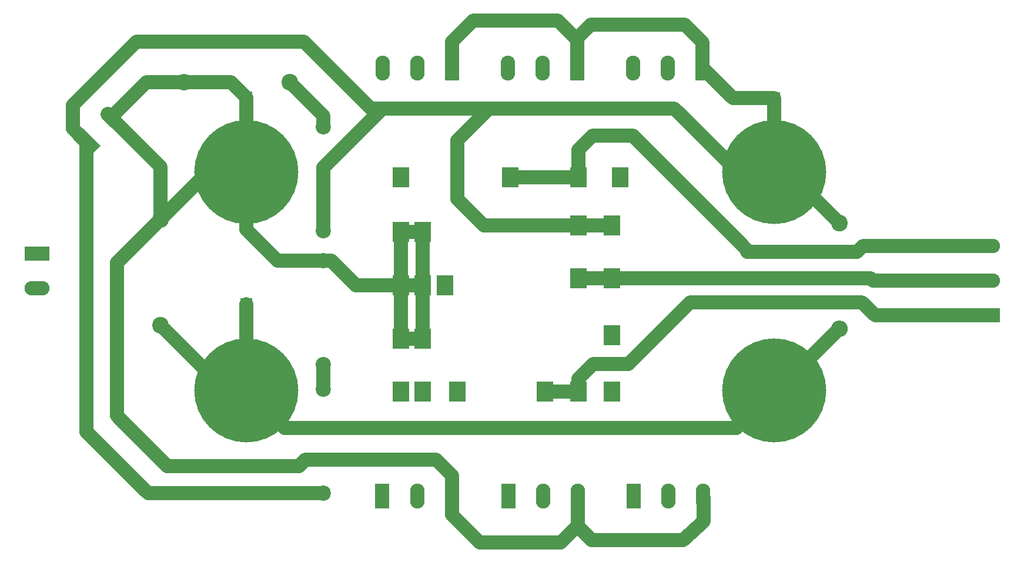
<source format=gtl>
G04 #@! TF.FileFunction,Copper,L1,Top,Signal*
%FSLAX46Y46*%
G04 Gerber Fmt 4.6, Leading zero omitted, Abs format (unit mm)*
G04 Created by KiCad (PCBNEW 4.0.6) date 2017 August 07, Monday 18:16:46*
%MOMM*%
%LPD*%
G01*
G04 APERTURE LIST*
%ADD10C,0.100000*%
%ADD11R,2.400000X3.000000*%
%ADD12R,1.700000X1.700000*%
%ADD13C,2.200000*%
%ADD14C,2.400000*%
%ADD15O,2.400000X2.400000*%
%ADD16C,15.000000*%
%ADD17R,2.100000X3.600000*%
%ADD18O,2.100000X3.600000*%
%ADD19R,3.600000X2.100000*%
%ADD20O,3.600000X2.100000*%
%ADD21C,2.100000*%
%ADD22C,0.600000*%
%ADD23C,2.000000*%
%ADD24C,0.400000*%
G04 APERTURE END LIST*
D10*
D11*
X159200000Y-84970000D03*
X159200000Y-108230000D03*
X159200000Y-92820000D03*
X162380000Y-108230000D03*
X162380000Y-92820000D03*
X159200000Y-100520000D03*
X162380000Y-100520000D03*
X165550000Y-100520000D03*
X159200000Y-115920000D03*
X162380000Y-115920000D03*
X167380000Y-115920000D03*
X175000000Y-84970000D03*
X180000000Y-115920000D03*
X184800000Y-115920000D03*
X189600000Y-115920000D03*
X189600000Y-107720000D03*
X184800000Y-91930000D03*
X184800000Y-84970000D03*
X184800000Y-99520000D03*
X189600000Y-99520000D03*
X189600000Y-91930000D03*
X190800000Y-84970000D03*
D12*
X136956800Y-73456800D03*
X136956800Y-103301800D03*
X213029800Y-73583800D03*
D13*
X148082000Y-130556000D03*
X148082000Y-115556000D03*
X148082000Y-112014000D03*
X148082000Y-97014000D03*
X148082000Y-92710000D03*
X148082000Y-77710000D03*
D14*
X222377000Y-91567000D03*
D15*
X222377000Y-106807000D03*
D14*
X124587000Y-106299000D03*
D15*
X124587000Y-91059000D03*
D14*
X143256000Y-71247000D03*
D15*
X128016000Y-71247000D03*
D16*
X213000000Y-115750000D03*
X213000000Y-84250000D03*
X137000000Y-84250000D03*
X137000000Y-115750000D03*
D17*
X166624000Y-69215000D03*
D18*
X161624000Y-69215000D03*
X156624000Y-69215000D03*
D17*
X156565600Y-130937000D03*
D18*
X161565600Y-130937000D03*
X166565600Y-130937000D03*
D17*
X184658000Y-69215000D03*
D18*
X179658000Y-69215000D03*
X174658000Y-69215000D03*
D17*
X174701200Y-130937000D03*
D18*
X179701200Y-130937000D03*
X184701200Y-130937000D03*
D17*
X202692000Y-69215000D03*
D18*
X197692000Y-69215000D03*
X192692000Y-69215000D03*
D17*
X192786000Y-130937000D03*
D18*
X197786000Y-130937000D03*
X202786000Y-130937000D03*
D19*
X243713000Y-104902000D03*
D20*
X243713000Y-99902000D03*
X243713000Y-94902000D03*
D19*
X106807000Y-96012000D03*
D20*
X106807000Y-101012000D03*
D10*
G36*
X114500130Y-81898254D02*
X111954546Y-79352670D01*
X113439470Y-77867746D01*
X115985054Y-80413330D01*
X114500130Y-81898254D01*
X114500130Y-81898254D01*
G37*
D21*
X116975004Y-75817136D02*
X118035664Y-76877796D01*
D22*
X191008000Y-84988400D03*
X174904400Y-85140800D03*
X159207200Y-84937600D03*
X189788800Y-107848400D03*
X184800000Y-99520000D03*
X189600000Y-115920000D03*
X165550000Y-100520000D03*
X184759600Y-116179600D03*
X167380000Y-115920000D03*
X159200000Y-115920000D03*
X162380000Y-115920000D03*
D23*
X137000000Y-115750000D02*
X137086000Y-115750000D01*
X137086000Y-115750000D02*
X142468600Y-121132600D01*
X207617400Y-121132600D02*
X213000000Y-115750000D01*
X142468600Y-121132600D02*
X207617400Y-121132600D01*
X137000000Y-115750000D02*
X137000000Y-103345000D01*
X137000000Y-103345000D02*
X136956800Y-103301800D01*
X213000000Y-115750000D02*
X213434000Y-115750000D01*
X213434000Y-115750000D02*
X222377000Y-106807000D01*
X137000000Y-115750000D02*
X134038000Y-115750000D01*
X213000000Y-115750000D02*
X207465000Y-115750000D01*
X134038000Y-115750000D02*
X124587000Y-106299000D01*
X148082000Y-112014000D02*
X148082000Y-115556000D01*
X148082000Y-77710000D02*
X148082000Y-76073000D01*
X148082000Y-76073000D02*
X143256000Y-71247000D01*
X184800000Y-91930000D02*
X189600000Y-91930000D01*
X156972000Y-75057000D02*
X154940000Y-75057000D01*
X112014000Y-77927200D02*
X113969800Y-79883000D01*
X112014000Y-74549000D02*
X112014000Y-77927200D01*
X121158000Y-65405000D02*
X112014000Y-74549000D01*
X145288000Y-65405000D02*
X121158000Y-65405000D01*
X154940000Y-75057000D02*
X145288000Y-65405000D01*
X148082000Y-130556000D02*
X122809000Y-130556000D01*
X122809000Y-130556000D02*
X113969800Y-121716800D01*
X113969800Y-121716800D02*
X113969800Y-79883000D01*
X166624000Y-69215000D02*
X166624000Y-65405000D01*
X181864000Y-62357000D02*
X184658000Y-65151000D01*
X169672000Y-62357000D02*
X181864000Y-62357000D01*
X166624000Y-65405000D02*
X169672000Y-62357000D01*
X202692000Y-69215000D02*
X202692000Y-65532000D01*
X184658000Y-64897000D02*
X184658000Y-65151000D01*
X184658000Y-65151000D02*
X184658000Y-69215000D01*
X186563000Y-62992000D02*
X184658000Y-64897000D01*
X200152000Y-62992000D02*
X186563000Y-62992000D01*
X202692000Y-65532000D02*
X200152000Y-62992000D01*
X213029800Y-73583800D02*
X207060800Y-73583800D01*
X207060800Y-73583800D02*
X202692000Y-69215000D01*
X213000000Y-84250000D02*
X213000000Y-73613600D01*
X213000000Y-73613600D02*
X213029800Y-73583800D01*
X148082000Y-92710000D02*
X148082000Y-83566000D01*
X156591000Y-75057000D02*
X156972000Y-75057000D01*
X156972000Y-75057000D02*
X171958000Y-75057000D01*
X148082000Y-83566000D02*
X156591000Y-75057000D01*
X213000000Y-84250000D02*
X215060000Y-84250000D01*
X215060000Y-84250000D02*
X222377000Y-91567000D01*
X213000000Y-84250000D02*
X207821000Y-84250000D01*
X207821000Y-84250000D02*
X198628000Y-75057000D01*
X198628000Y-75057000D02*
X171958000Y-75057000D01*
X171958000Y-75057000D02*
X167386000Y-79629000D01*
X167386000Y-79629000D02*
X167386000Y-88138000D01*
X167386000Y-88138000D02*
X171178000Y-91930000D01*
X171178000Y-91930000D02*
X184800000Y-91930000D01*
X152717000Y-100520000D02*
X159200000Y-100520000D01*
X149211000Y-97014000D02*
X152717000Y-100520000D01*
X159200000Y-100520000D02*
X162380000Y-100520000D01*
X159200000Y-92820000D02*
X159200000Y-100520000D01*
X159200000Y-100520000D02*
X159200000Y-108230000D01*
X166565600Y-130937000D02*
X166565600Y-127957600D01*
X118364000Y-97282000D02*
X124587000Y-91059000D01*
X118364000Y-119380000D02*
X118364000Y-97282000D01*
X125577600Y-126593600D02*
X118364000Y-119380000D01*
X144576800Y-126593600D02*
X125577600Y-126593600D01*
X145440400Y-125730000D02*
X144576800Y-126593600D01*
X164338000Y-125730000D02*
X145440400Y-125730000D01*
X166565600Y-127957600D02*
X164338000Y-125730000D01*
X166565600Y-130937000D02*
X166565600Y-133672600D01*
X182245000Y-137668000D02*
X184701200Y-135211800D01*
X170561000Y-137668000D02*
X182245000Y-137668000D01*
X166565600Y-133672600D02*
X170561000Y-137668000D01*
X202811400Y-131089400D02*
X202811400Y-134627600D01*
X184701200Y-135298200D02*
X184701200Y-135211800D01*
X184701200Y-135211800D02*
X184701200Y-130937000D01*
X186690000Y-137287000D02*
X184701200Y-135298200D01*
X199898000Y-137287000D02*
X186690000Y-137287000D01*
X202811400Y-134627600D02*
X199898000Y-137287000D01*
X137000000Y-84250000D02*
X137000000Y-73500000D01*
X137000000Y-73500000D02*
X136956800Y-73456800D01*
X128016000Y-71247000D02*
X134747000Y-71247000D01*
X134747000Y-71247000D02*
X136956800Y-73456800D01*
X128016000Y-71247000D02*
X122605800Y-71247000D01*
X122605800Y-71247000D02*
X117505334Y-76347466D01*
X148082000Y-97014000D02*
X149211000Y-97014000D01*
X162380000Y-108230000D02*
X162380000Y-100520000D01*
X162380000Y-100520000D02*
X162380000Y-92820000D01*
X159200000Y-92820000D02*
X162380000Y-92820000D01*
X159200000Y-108230000D02*
X162380000Y-108230000D01*
X137000000Y-84250000D02*
X137000000Y-92550000D01*
X141464000Y-97014000D02*
X148082000Y-97014000D01*
X137000000Y-92550000D02*
X141464000Y-97014000D01*
X124587000Y-91059000D02*
X124587000Y-83429132D01*
X124587000Y-83429132D02*
X117505334Y-76347466D01*
X137000000Y-84250000D02*
X131396000Y-84250000D01*
X131396000Y-84250000D02*
X124587000Y-91059000D01*
D24*
X191008000Y-84988400D02*
X190989600Y-84970000D01*
X190989600Y-84970000D02*
X190800000Y-84970000D01*
D23*
X243713000Y-94902000D02*
X225773000Y-94902000D01*
X225773000Y-94902000D02*
X224942400Y-95732600D01*
X224942400Y-95732600D02*
X209143600Y-95732600D01*
D24*
X174904400Y-85140800D02*
X175000000Y-85045200D01*
X175000000Y-85045200D02*
X175000000Y-84970000D01*
D23*
X184800000Y-81011000D02*
X184800000Y-84970000D01*
X186817000Y-78994000D02*
X184800000Y-81011000D01*
X192659000Y-78994000D02*
X186817000Y-78994000D01*
X209042000Y-95377000D02*
X192659000Y-78994000D01*
X175000000Y-84970000D02*
X184800000Y-84970000D01*
D24*
X159207200Y-84937600D02*
X159200000Y-84944800D01*
X159200000Y-84944800D02*
X159200000Y-84970000D01*
X189788800Y-107848400D02*
X189660400Y-107720000D01*
X189660400Y-107720000D02*
X189600000Y-107720000D01*
X189660400Y-107720000D02*
X189600000Y-107720000D01*
D23*
X243713000Y-99902000D02*
X227250000Y-99902000D01*
X227250000Y-99902000D02*
X226868000Y-99520000D01*
X226868000Y-99520000D02*
X189600000Y-99520000D01*
X227250000Y-99902000D02*
X226868000Y-99520000D01*
X189600000Y-99520000D02*
X184800000Y-99520000D01*
X184800000Y-99520000D02*
X189600000Y-99520000D01*
X189982000Y-99902000D02*
X189600000Y-99520000D01*
X243713000Y-104902000D02*
X227535598Y-104902000D01*
X184800000Y-114005600D02*
X186893200Y-111912400D01*
X186893200Y-111912400D02*
X192021602Y-111912400D01*
X192021602Y-111912400D02*
X200914000Y-103020002D01*
X200914000Y-103020002D02*
X225653600Y-103020002D01*
X225653600Y-103020002D02*
X227535598Y-104902000D01*
X184800000Y-114005600D02*
X184800000Y-115920000D01*
D24*
X184759600Y-116179600D02*
X184800000Y-116139200D01*
X184800000Y-116139200D02*
X184800000Y-115920000D01*
D23*
X180000000Y-115920000D02*
X184800000Y-115920000D01*
D24*
X167380000Y-115970400D02*
X167380000Y-115920000D01*
M02*

</source>
